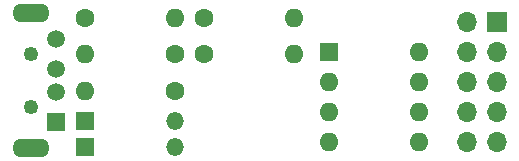
<source format=gbs>
%TF.GenerationSoftware,KiCad,Pcbnew,(6.0.8)*%
%TF.CreationDate,2023-02-21T13:23:49+01:00*%
%TF.ProjectId,attiny85,61747469-6e79-4383-952e-6b696361645f,rev?*%
%TF.SameCoordinates,Original*%
%TF.FileFunction,Soldermask,Bot*%
%TF.FilePolarity,Negative*%
%FSLAX46Y46*%
G04 Gerber Fmt 4.6, Leading zero omitted, Abs format (unit mm)*
G04 Created by KiCad (PCBNEW (6.0.8)) date 2023-02-21 13:23:49*
%MOMM*%
%LPD*%
G01*
G04 APERTURE LIST*
%ADD10R,1.508000X1.508000*%
%ADD11C,1.508000*%
%ADD12C,1.250000*%
%ADD13O,3.150000X1.575000*%
%ADD14R,1.700000X1.700000*%
%ADD15O,1.700000X1.700000*%
%ADD16C,1.600000*%
%ADD17O,1.600000X1.600000*%
%ADD18R,1.600000X1.600000*%
%ADD19R,1.500000X1.500000*%
%ADD20O,1.500000X1.500000*%
G04 APERTURE END LIST*
D10*
%TO.C,J1*%
X169737500Y-87555750D03*
D11*
X169737500Y-85055750D03*
X169737500Y-83055750D03*
X169737500Y-80555750D03*
D12*
X167637500Y-86305750D03*
X167637500Y-81805750D03*
D13*
X167637500Y-78355750D03*
X167637500Y-89755750D03*
%TD*%
D14*
%TO.C,J2*%
X207090000Y-79100000D03*
D15*
X204550000Y-79100000D03*
X207090000Y-81640000D03*
X204550000Y-81640000D03*
X207090000Y-84180000D03*
X204550000Y-84180000D03*
X207090000Y-86720000D03*
X204550000Y-86720000D03*
X207090000Y-89260000D03*
X204550000Y-89260000D03*
%TD*%
D16*
%TO.C,R4*%
X182290000Y-78800000D03*
D17*
X189910000Y-78800000D03*
%TD*%
D16*
%TO.C,R5*%
X182290000Y-81820000D03*
D17*
X189910000Y-81820000D03*
%TD*%
D16*
%TO.C,R1*%
X172200000Y-78800000D03*
D17*
X179820000Y-78800000D03*
%TD*%
D18*
%TO.C,U1*%
X192900000Y-81650000D03*
D17*
X192900000Y-84190000D03*
X192900000Y-86730000D03*
X192900000Y-89270000D03*
X200520000Y-89270000D03*
X200520000Y-86730000D03*
X200520000Y-84190000D03*
X200520000Y-81650000D03*
%TD*%
D19*
%TO.C,D1*%
X172200000Y-89650000D03*
D20*
X179820000Y-89650000D03*
%TD*%
D16*
%TO.C,R3*%
X179810000Y-81800000D03*
D17*
X172190000Y-81800000D03*
%TD*%
D16*
%TO.C,R2*%
X179810000Y-84900000D03*
D17*
X172190000Y-84900000D03*
%TD*%
D19*
%TO.C,D2*%
X172200000Y-87500000D03*
D20*
X179820000Y-87500000D03*
%TD*%
M02*

</source>
